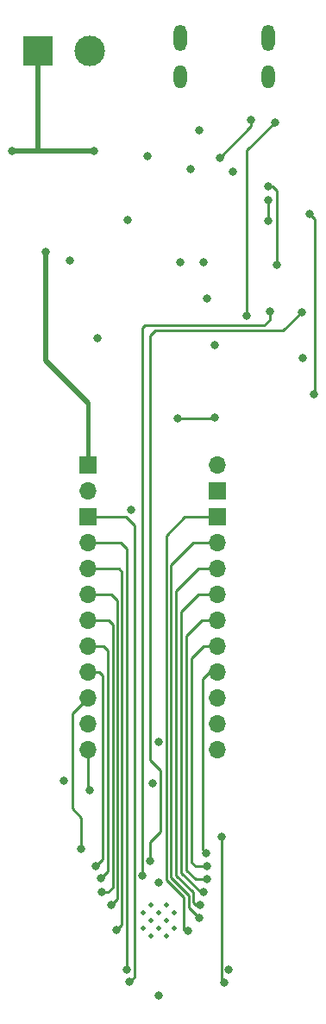
<source format=gbr>
%TF.GenerationSoftware,KiCad,Pcbnew,(6.0.11-0)*%
%TF.CreationDate,2023-10-17T10:34:41+02:00*%
%TF.ProjectId,ZESP32,5a455350-3332-42e6-9b69-6361645f7063,rev?*%
%TF.SameCoordinates,Original*%
%TF.FileFunction,Copper,L4,Bot*%
%TF.FilePolarity,Positive*%
%FSLAX46Y46*%
G04 Gerber Fmt 4.6, Leading zero omitted, Abs format (unit mm)*
G04 Created by KiCad (PCBNEW (6.0.11-0)) date 2023-10-17 10:34:41*
%MOMM*%
%LPD*%
G01*
G04 APERTURE LIST*
%TA.AperFunction,ComponentPad*%
%ADD10R,1.700000X1.700000*%
%TD*%
%TA.AperFunction,ComponentPad*%
%ADD11O,1.700000X1.700000*%
%TD*%
%TA.AperFunction,HeatsinkPad*%
%ADD12C,0.475000*%
%TD*%
%TA.AperFunction,ComponentPad*%
%ADD13O,1.300000X2.300000*%
%TD*%
%TA.AperFunction,ComponentPad*%
%ADD14O,1.300000X2.600000*%
%TD*%
%TA.AperFunction,ComponentPad*%
%ADD15R,3.000000X3.000000*%
%TD*%
%TA.AperFunction,ComponentPad*%
%ADD16C,3.000000*%
%TD*%
%TA.AperFunction,ViaPad*%
%ADD17C,0.800000*%
%TD*%
%TA.AperFunction,Conductor*%
%ADD18C,0.254000*%
%TD*%
%TA.AperFunction,Conductor*%
%ADD19C,0.508000*%
%TD*%
%TA.AperFunction,Conductor*%
%ADD20C,0.406400*%
%TD*%
G04 APERTURE END LIST*
D10*
%TO.P,J8,1,Pin_1*%
%TO.N,EXT_5V*%
X91440000Y-88900000D03*
D11*
%TO.P,J8,2,Pin_2*%
%TO.N,GND*%
X91440000Y-91440000D03*
%TD*%
D10*
%TO.P,J3,1,Pin_1*%
%TO.N,D23*%
X91440000Y-93980000D03*
D11*
%TO.P,J3,2,Pin_2*%
%TO.N,D22*%
X91440000Y-96520000D03*
%TO.P,J3,3,Pin_3*%
%TO.N,D21*%
X91440000Y-99060000D03*
%TO.P,J3,4,Pin_4*%
%TO.N,D19*%
X91440000Y-101600000D03*
%TO.P,J3,5,Pin_5*%
%TO.N,D18*%
X91440000Y-104140000D03*
%TO.P,J3,6,Pin_6*%
%TO.N,D5*%
X91440000Y-106680000D03*
%TO.P,J3,7,Pin_7*%
%TO.N,D17*%
X91440000Y-109220000D03*
%TO.P,J3,8,Pin_8*%
%TO.N,D16*%
X91440000Y-111760000D03*
%TO.P,J3,9,Pin_9*%
%TO.N,D4*%
X91440000Y-114300000D03*
%TO.P,J3,10,Pin_10*%
%TO.N,D15*%
X91440000Y-116840000D03*
%TD*%
D12*
%TO.P,U4,39,GND*%
%TO.N,GND*%
X98343000Y-132862500D03*
X99105500Y-135150000D03*
X97580500Y-133625000D03*
X99105500Y-132100000D03*
X97580500Y-135150000D03*
X96818000Y-134387500D03*
X99105500Y-133625000D03*
X97580500Y-132100000D03*
X98343000Y-134387500D03*
X99868000Y-132862500D03*
X99868000Y-134387500D03*
X96818000Y-132862500D03*
%TD*%
D10*
%TO.P,J7,1,Pin_1*%
%TO.N,+3V3*%
X104140000Y-91440000D03*
D11*
%TO.P,J7,2,Pin_2*%
%TO.N,GND*%
X104140000Y-88900000D03*
%TD*%
D13*
%TO.P,J2,S1,SHIELD*%
%TO.N,GND*%
X109140800Y-50778200D03*
D14*
X100500800Y-46953200D03*
X109140800Y-46953200D03*
D13*
X100500800Y-50778200D03*
%TD*%
D15*
%TO.P,J1,1,Pin_1*%
%TO.N,GND*%
X86482000Y-48239600D03*
D16*
%TO.P,J1,2,Pin_2*%
%TO.N,Net-(D1-Pad2)*%
X91562000Y-48239600D03*
%TD*%
D10*
%TO.P,J4,1,Pin_1*%
%TO.N,D34*%
X104140000Y-93980000D03*
D11*
%TO.P,J4,2,Pin_2*%
%TO.N,D35*%
X104140000Y-96520000D03*
%TO.P,J4,3,Pin_3*%
%TO.N,D32*%
X104140000Y-99060000D03*
%TO.P,J4,4,Pin_4*%
%TO.N,D33*%
X104140000Y-101600000D03*
%TO.P,J4,5,Pin_5*%
%TO.N,D25*%
X104140000Y-104140000D03*
%TO.P,J4,6,Pin_6*%
%TO.N,D26*%
X104140000Y-106680000D03*
%TO.P,J4,7,Pin_7*%
%TO.N,D27*%
X104140000Y-109220000D03*
%TO.P,J4,8,Pin_8*%
%TO.N,D14*%
X104140000Y-111760000D03*
%TO.P,J4,9,Pin_9*%
%TO.N,D12*%
X104140000Y-114300000D03*
%TO.P,J4,10,Pin_10*%
%TO.N,D13*%
X104140000Y-116840000D03*
%TD*%
D17*
%TO.N,IO0*%
X109750000Y-55250000D03*
X107000000Y-74250000D03*
%TO.N,GND*%
X98353800Y-140965000D03*
X92019200Y-58094800D03*
X97230100Y-58598900D03*
X112522000Y-78359000D03*
X103124000Y-72517000D03*
X92331600Y-76451400D03*
X102362000Y-56007000D03*
X83942000Y-58094800D03*
X105664000Y-60071000D03*
X98343000Y-129901400D03*
X95651000Y-93325000D03*
X95351600Y-64871600D03*
%TO.N,IO0*%
X97790000Y-120142000D03*
X89027000Y-119888000D03*
%TO.N,ENA*%
X113182400Y-64262000D03*
X113639600Y-81940400D03*
X100203000Y-84328000D03*
X105247500Y-138430000D03*
X103886000Y-84201000D03*
X98384300Y-116078000D03*
%TO.N,EXT_5V*%
X87249000Y-67945000D03*
%TO.N,+3V3*%
X101452000Y-59888800D03*
X89631600Y-68864400D03*
X104775000Y-139700000D03*
X100457000Y-68961000D03*
X104521000Y-125349000D03*
X102743000Y-68961000D03*
X103886000Y-77089000D03*
%TO.N,D5*%
X92659200Y-129489200D03*
%TO.N,D19*%
X93726000Y-132080000D03*
%TO.N,D18*%
X92760800Y-130810000D03*
%TO.N,D17*%
X92151200Y-128270000D03*
%TO.N,D16*%
X90779600Y-126542800D03*
%TO.N,D15*%
X91567000Y-120777000D03*
%TO.N,D26*%
X103073200Y-128270000D03*
%TO.N,D25*%
X103124000Y-129540000D03*
%TO.N,D23*%
X95504000Y-139649200D03*
%TO.N,D22*%
X95234700Y-138430000D03*
%TO.N,D21*%
X94183200Y-134569200D03*
%TO.N,D34*%
X101249400Y-134615000D03*
%TO.N,D35*%
X102311200Y-133350000D03*
%TO.N,D32*%
X102463600Y-132080000D03*
%TO.N,D33*%
X102768400Y-130810000D03*
%TO.N,D27*%
X103022400Y-127000000D03*
%TO.N,Net-(JP1-Pad1)*%
X109088000Y-61549200D03*
X109951600Y-69220000D03*
%TO.N,RXD0*%
X112390000Y-73893600D03*
X97536000Y-127762000D03*
%TO.N,Net-(JP2-Pad1)*%
X109088000Y-64902000D03*
X109088000Y-62920800D03*
%TO.N,TXD0*%
X109240400Y-73842800D03*
X96774000Y-129159000D03*
%TO.N,D-*%
X107447100Y-55012000D03*
X104363600Y-58720400D03*
%TD*%
D18*
%TO.N,ENA*%
X113639600Y-81940400D02*
X113690400Y-81940400D01*
X113690400Y-81940400D02*
X113690400Y-64770000D01*
X113690400Y-64770000D02*
X113182400Y-64262000D01*
%TO.N,IO0*%
X107000000Y-58000000D02*
X109750000Y-55250000D01*
X107000000Y-74250000D02*
X107000000Y-58000000D01*
D19*
%TO.N,GND*%
X86482000Y-58044000D02*
X86431200Y-58094800D01*
X92019200Y-58094800D02*
X86431200Y-58094800D01*
X86482000Y-48239600D02*
X86482000Y-58044000D01*
X86431200Y-58094800D02*
X83942000Y-58094800D01*
D18*
%TO.N,ENA*%
X100203000Y-84328000D02*
X103759000Y-84328000D01*
X103759000Y-84328000D02*
X103886000Y-84201000D01*
D19*
%TO.N,EXT_5V*%
X87249000Y-78613000D02*
X91440000Y-82804000D01*
X87249000Y-67945000D02*
X87249000Y-78613000D01*
D20*
X91440000Y-88900000D02*
X91440000Y-82804000D01*
D18*
%TO.N,+3V3*%
X104521000Y-125349000D02*
X104521000Y-139446000D01*
X104521000Y-139446000D02*
X104775000Y-139700000D01*
%TO.N,D5*%
X92970400Y-106680000D02*
X93376800Y-107086400D01*
X93376800Y-128771600D02*
X92659200Y-129489200D01*
X91440000Y-106680000D02*
X92970400Y-106680000D01*
X93376800Y-107086400D02*
X93376800Y-128771600D01*
%TO.N,D19*%
X93729200Y-101600000D02*
X94284800Y-102155600D01*
X94284800Y-131521200D02*
X93726000Y-132080000D01*
X91440000Y-101600000D02*
X93729200Y-101600000D01*
X94284800Y-102155600D02*
X94284800Y-131521200D01*
%TO.N,D18*%
X93830800Y-104546400D02*
X93830800Y-130349600D01*
X91440000Y-104140000D02*
X93424400Y-104140000D01*
X93370400Y-130810000D02*
X92760800Y-130810000D01*
X93424400Y-104140000D02*
X93830800Y-104546400D01*
X93830800Y-130349600D02*
X93370400Y-130810000D01*
%TO.N,D17*%
X92862400Y-109575600D02*
X92862400Y-127558800D01*
X92506800Y-109220000D02*
X92862400Y-109575600D01*
X92862400Y-127558800D02*
X92151200Y-128270000D01*
X91440000Y-109220000D02*
X92506800Y-109220000D01*
%TO.N,D16*%
X90779600Y-126390400D02*
X90779600Y-126542800D01*
X91440000Y-111760000D02*
X89916000Y-113284000D01*
X90779600Y-123494800D02*
X90779600Y-126390400D01*
X89916000Y-113284000D02*
X89916000Y-122631200D01*
X89916000Y-122631200D02*
X90779600Y-123494800D01*
%TO.N,D15*%
X91567000Y-120777000D02*
X91440000Y-120650000D01*
X91440000Y-120650000D02*
X91440000Y-116840000D01*
%TO.N,D26*%
X102743000Y-106680000D02*
X104140000Y-106680000D01*
X101600000Y-127889000D02*
X101600000Y-107823000D01*
X101600000Y-107823000D02*
X102743000Y-106680000D01*
X101981000Y-128270000D02*
X101600000Y-127889000D01*
X103073200Y-128270000D02*
X101981000Y-128270000D01*
%TO.N,D25*%
X103124000Y-129540000D02*
X101981000Y-129540000D01*
X101981000Y-129540000D02*
X101092000Y-128651000D01*
X101092000Y-128651000D02*
X101092000Y-105664000D01*
X102616000Y-104140000D02*
X104140000Y-104140000D01*
X101092000Y-105664000D02*
X102616000Y-104140000D01*
%TO.N,D23*%
X95504000Y-139649200D02*
X95961200Y-139192000D01*
X95148400Y-93980000D02*
X91440000Y-93980000D01*
X95961200Y-139192000D02*
X95961200Y-94792800D01*
X95961200Y-94792800D02*
X95148400Y-93980000D01*
%TO.N,D22*%
X94640400Y-96520000D02*
X91440000Y-96520000D01*
X95234700Y-138430000D02*
X95234700Y-97114300D01*
X95234700Y-97114300D02*
X94640400Y-96520000D01*
%TO.N,D21*%
X94742000Y-134010400D02*
X94183200Y-134569200D01*
X91440000Y-99060000D02*
X94437200Y-99060000D01*
X94437200Y-99060000D02*
X94742000Y-99364800D01*
X94742000Y-99364800D02*
X94742000Y-134010400D01*
%TO.N,D34*%
X101249400Y-134615000D02*
X100934600Y-134615000D01*
X100939600Y-93980000D02*
X104140000Y-93980000D01*
X100787200Y-131318000D02*
X99110800Y-129641600D01*
X100934600Y-134615000D02*
X100787200Y-134467600D01*
X99110800Y-129641600D02*
X99110800Y-95808800D01*
X99110800Y-95808800D02*
X100939600Y-93980000D01*
X100787200Y-134467600D02*
X100787200Y-131318000D01*
%TO.N,D35*%
X101295200Y-131114800D02*
X99568000Y-129387600D01*
X99568000Y-129387600D02*
X99568000Y-98679000D01*
X99568000Y-98679000D02*
X101727000Y-96520000D01*
X101295200Y-132334000D02*
X101295200Y-131114800D01*
X101727000Y-96520000D02*
X104140000Y-96520000D01*
X102311200Y-133350000D02*
X101295200Y-132334000D01*
%TO.N,D32*%
X101981000Y-132080000D02*
X101749200Y-131848200D01*
X102235000Y-99060000D02*
X104140000Y-99060000D01*
X100076000Y-101219000D02*
X102235000Y-99060000D01*
X100076000Y-129159000D02*
X100076000Y-101219000D01*
X101749200Y-130832200D02*
X100076000Y-129159000D01*
X102463600Y-132080000D02*
X101981000Y-132080000D01*
X101749200Y-131848200D02*
X101749200Y-130832200D01*
%TO.N,D33*%
X100584000Y-103251000D02*
X102235000Y-101600000D01*
X102235000Y-101600000D02*
X104140000Y-101600000D01*
X102489000Y-130810000D02*
X100584000Y-128905000D01*
X102768400Y-130810000D02*
X102489000Y-130810000D01*
X100584000Y-128905000D02*
X100584000Y-103251000D01*
%TO.N,D27*%
X103327200Y-109220000D02*
X104140000Y-109220000D01*
X102666800Y-126644400D02*
X102666800Y-109880400D01*
X103022400Y-127000000D02*
X102666800Y-126644400D01*
X102666800Y-109880400D02*
X103327200Y-109220000D01*
%TO.N,Net-(JP1-Pad1)*%
X109951600Y-61955600D02*
X109951600Y-66273600D01*
X109088000Y-61549200D02*
X109545200Y-61549200D01*
X109545200Y-61549200D02*
X109951600Y-61955600D01*
X109951600Y-66273600D02*
X109951600Y-69220000D01*
%TO.N,RXD0*%
X110591600Y-75692000D02*
X98044000Y-75692000D01*
X97536000Y-76200000D02*
X97536000Y-117856000D01*
X97536000Y-117856000D02*
X98517000Y-118837000D01*
X97536000Y-125857000D02*
X97536000Y-127762000D01*
X98517000Y-124876000D02*
X97536000Y-125857000D01*
X98517000Y-118837000D02*
X98517000Y-124876000D01*
X112390000Y-73893600D02*
X110591600Y-75692000D01*
X98044000Y-75692000D02*
X97536000Y-76200000D01*
%TO.N,Net-(JP2-Pad1)*%
X109088000Y-62920800D02*
X109088000Y-64902000D01*
%TO.N,TXD0*%
X108712000Y-75184000D02*
X97028000Y-75184000D01*
X97028000Y-75184000D02*
X96774000Y-75438000D01*
X109240400Y-73842800D02*
X109240400Y-74655600D01*
X109240400Y-74655600D02*
X108712000Y-75184000D01*
X96774000Y-75438000D02*
X96774000Y-129159000D01*
%TO.N,D-*%
X107447100Y-55012000D02*
X107447100Y-55636900D01*
X107447100Y-55636900D02*
X104363600Y-58720400D01*
%TD*%
M02*

</source>
